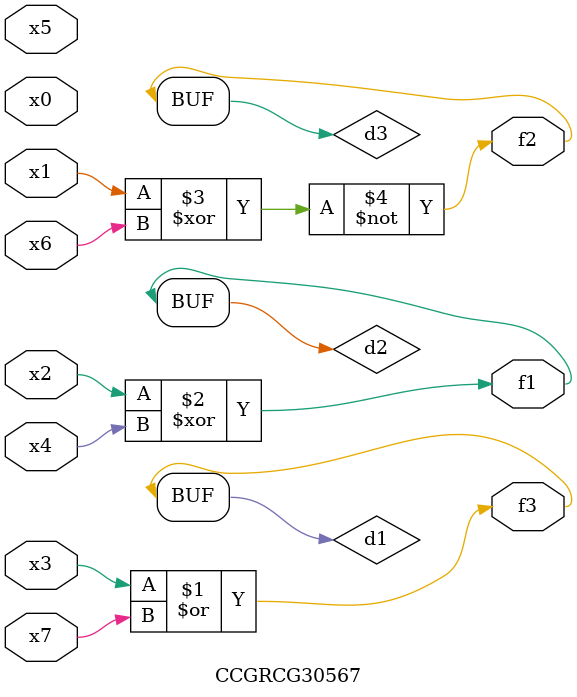
<source format=v>
module CCGRCG30567(
	input x0, x1, x2, x3, x4, x5, x6, x7,
	output f1, f2, f3
);

	wire d1, d2, d3;

	or (d1, x3, x7);
	xor (d2, x2, x4);
	xnor (d3, x1, x6);
	assign f1 = d2;
	assign f2 = d3;
	assign f3 = d1;
endmodule

</source>
